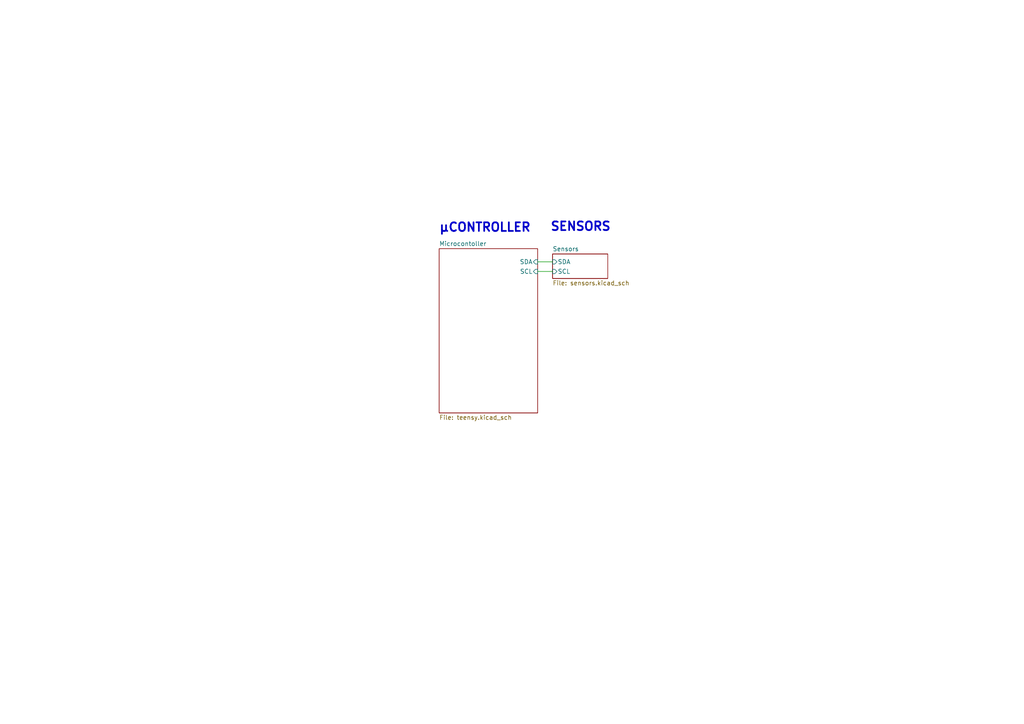
<source format=kicad_sch>
(kicad_sch (version 20230121) (generator eeschema)

  (uuid eca5bcb3-e8cc-4774-b734-f4245bf2d59b)

  (paper "A4")

  (lib_symbols
  )


  (wire (pts (xy 155.956 78.74) (xy 160.274 78.74))
    (stroke (width 0) (type default))
    (uuid 03e04e8c-b504-4961-9529-356ddd2fa92a)
  )
  (wire (pts (xy 155.956 75.946) (xy 160.274 75.946))
    (stroke (width 0) (type default))
    (uuid bd51193f-4c24-49a8-acfa-9d42e183b9d5)
  )

  (text "µCONTROLLER" (at 127.254 67.564 0)
    (effects (font (size 2.5 2.5) (thickness 0.5) bold) (justify left bottom))
    (uuid 155cedc9-3f1b-4a4c-acf0-8f07b9ad4cb3)
  )
  (text "SENSORS\n" (at 159.512 67.31 0)
    (effects (font (size 2.5 2.5) (thickness 0.5) bold) (justify left bottom))
    (uuid 3770b8d4-f02a-4f6a-ada9-c903b453f69e)
  )

  (sheet (at 127.381 72.136) (size 28.575 47.625) (fields_autoplaced)
    (stroke (width 0.1524) (type solid))
    (fill (color 0 0 0 0.0000))
    (uuid c5b34a95-cdb8-4e3e-9225-49ec6b1e1cf2)
    (property "Sheetname" "Microcontoller" (at 127.381 71.4244 0)
      (effects (font (size 1.27 1.27)) (justify left bottom))
    )
    (property "Sheetfile" "teensy.kicad_sch" (at 127.381 120.3456 0)
      (effects (font (size 1.27 1.27)) (justify left top))
    )
    (pin "SDA" input (at 155.956 75.946 0)
      (effects (font (size 1.27 1.27)) (justify right))
      (uuid 677bdb73-288c-4fc7-8f3c-299b4abc3c1b)
    )
    (pin "SCL" input (at 155.956 78.74 0)
      (effects (font (size 1.27 1.27)) (justify right))
      (uuid e2ef6bbd-8234-487e-b41f-aa56bbc09b6a)
    )
    (instances
      (project "RocketryIN-FC"
        (path "/eca5bcb3-e8cc-4774-b734-f4245bf2d59b" (page "2"))
      )
    )
  )

  (sheet (at 160.274 73.66) (size 16.002 7.112) (fields_autoplaced)
    (stroke (width 0.1524) (type solid))
    (fill (color 0 0 0 0.0000))
    (uuid e8fec4d7-cc72-451d-a071-0f422c479d3a)
    (property "Sheetname" "Sensors" (at 160.274 72.9484 0)
      (effects (font (size 1.27 1.27)) (justify left bottom))
    )
    (property "Sheetfile" "sensors.kicad_sch" (at 160.274 81.3566 0)
      (effects (font (size 1.27 1.27)) (justify left top))
    )
    (pin "SDA" input (at 160.274 75.946 180)
      (effects (font (size 1.27 1.27)) (justify left))
      (uuid 2c4e329e-970b-4d38-99ac-eba8b7c696a7)
    )
    (pin "SCL" input (at 160.274 78.74 180)
      (effects (font (size 1.27 1.27)) (justify left))
      (uuid c0aa158f-9efe-43c4-b1d6-041071b2787b)
    )
    (instances
      (project "RocketryIN-FC"
        (path "/eca5bcb3-e8cc-4774-b734-f4245bf2d59b" (page "3"))
      )
    )
  )

  (sheet_instances
    (path "/" (page "1"))
  )
)

</source>
